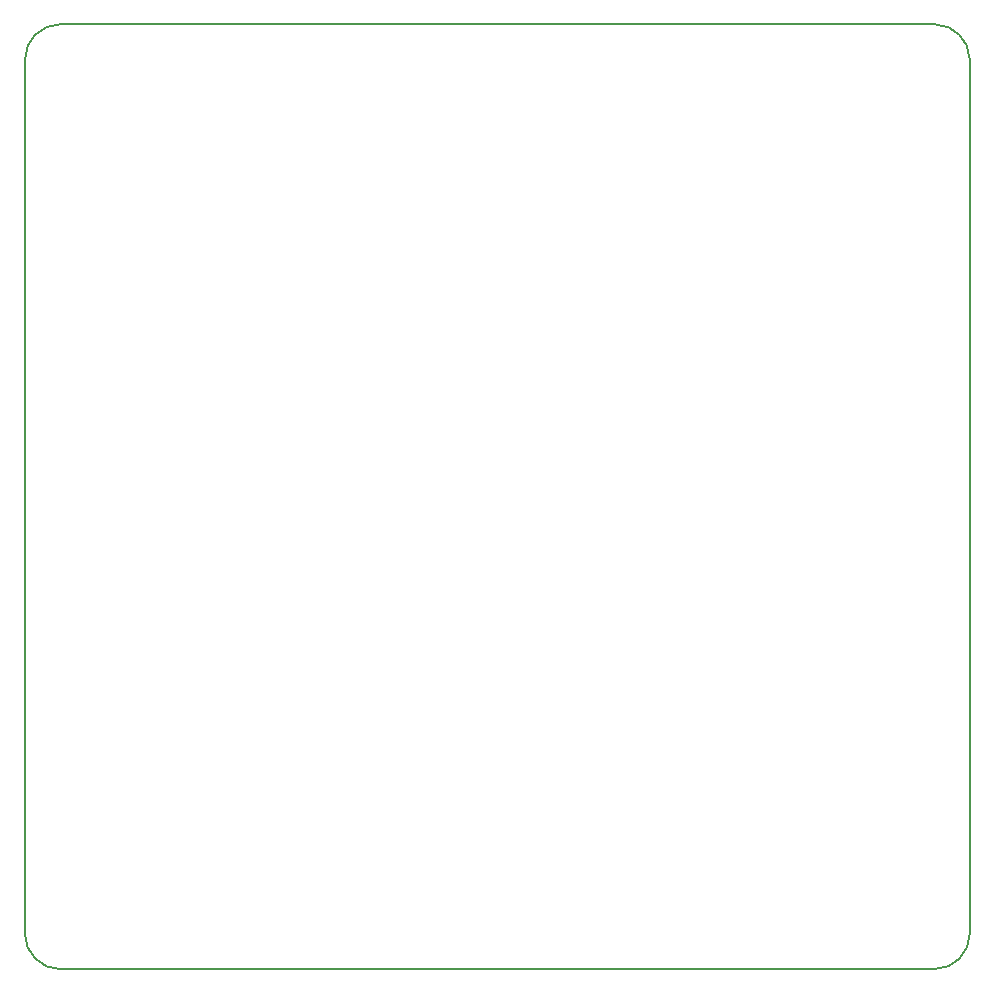
<source format=gbr>
%TF.GenerationSoftware,KiCad,Pcbnew,7.0.7*%
%TF.CreationDate,2023-11-15T18:09:06+01:00*%
%TF.ProjectId,ESP32_Weather_Servizio_Meteo_Sovramontino_v0.2,45535033-325f-4576-9561-746865725f53,rev?*%
%TF.SameCoordinates,Original*%
%TF.FileFunction,Profile,NP*%
%FSLAX46Y46*%
G04 Gerber Fmt 4.6, Leading zero omitted, Abs format (unit mm)*
G04 Created by KiCad (PCBNEW 7.0.7) date 2023-11-15 18:09:06*
%MOMM*%
%LPD*%
G01*
G04 APERTURE LIST*
%TA.AperFunction,Profile*%
%ADD10C,0.200000*%
%TD*%
G04 APERTURE END LIST*
D10*
X127772000Y-23833000D02*
X127772000Y-97833000D01*
X204772000Y-100833000D02*
G75*
G03*
X207772000Y-97833000I0J3000000D01*
G01*
X204772000Y-20833000D02*
X130772000Y-20833000D01*
X207772000Y-97833000D02*
X207772000Y-23833000D01*
X127772000Y-97833000D02*
G75*
G03*
X130772000Y-100833000I3000000J0D01*
G01*
X207772000Y-23833000D02*
G75*
G03*
X204772000Y-20833000I-3000000J0D01*
G01*
X130772000Y-20833000D02*
G75*
G03*
X127772000Y-23833000I0J-3000000D01*
G01*
X130772000Y-100833000D02*
X204772000Y-100833000D01*
M02*

</source>
